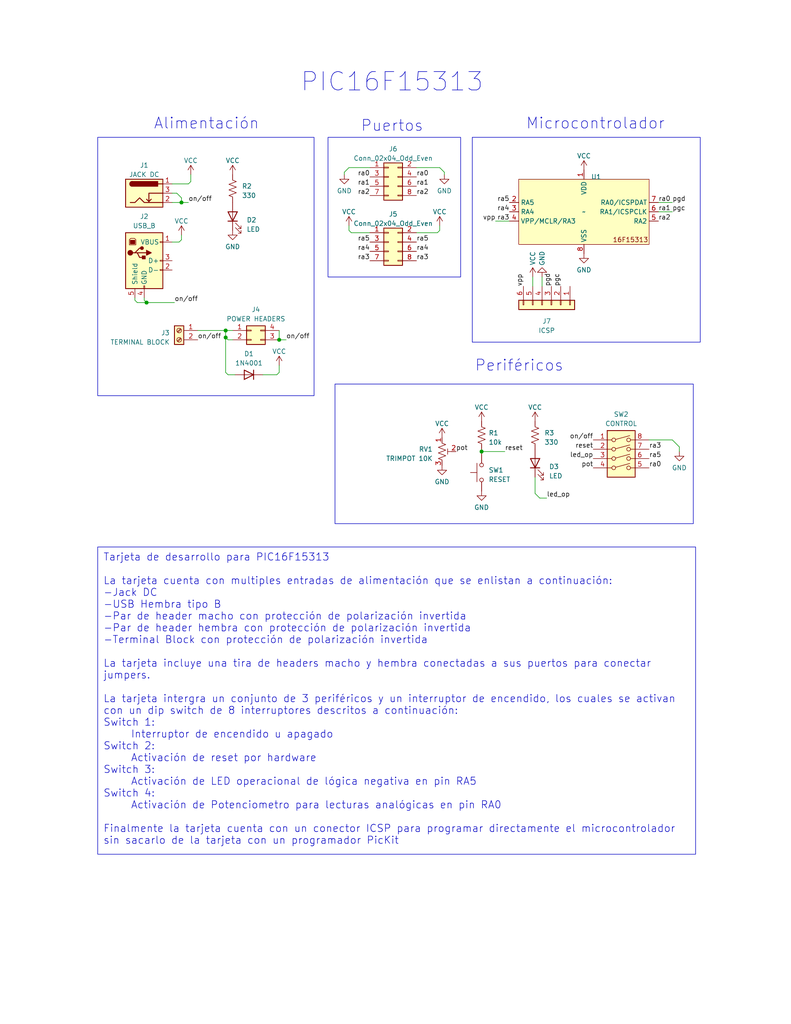
<source format=kicad_sch>
(kicad_sch (version 20230121) (generator eeschema)
  (paper "USLetter" portrait)
  (title_block (title "General PIC16f15313") (date "2024-01-28") (rev "v0.0") (company "MGV 3D") (comment 1 "Mucio Fausto Gómez Vieyra"))
  (lib_symbols
    (symbol "Connector:Barrel_Jack_Switch" (pin_names hide)
      (property "Reference" "J" (at 0 5.334 0))
      (property "Value" "Barrel_Jack_Switch" (at 0 -5.08 0))
      (symbol "Barrel_Jack_Switch_0_1"
        (rectangle (start -5.08 3.81) (end 5.08 -3.81) (stroke (width 0.254)) (fill (type background)))
        (arc (start -3.302 3.175) (mid -3.9343 2.54) (end -3.302 1.905) (stroke (width 0.254)))
        (arc (start -3.302 3.175) (mid -3.9343 2.54) (end -3.302 1.905) (stroke (width 0.254)) (fill (type outline)))
        (polyline (pts (xy 1.27 -2.286) (xy 1.905 -1.651)) (stroke (width 0.254)))
        (polyline (pts (xy 5.08 2.54) (xy 3.81 2.54)) (stroke (width 0.254)))
        (polyline (pts (xy 5.08 0) (xy 1.27 0) (xy 1.27 -2.286) (xy 0.635 -1.651)) (stroke (width 0.254)))
        (polyline (pts (xy -3.81 -2.54) (xy -2.54 -2.54) (xy -1.27 -1.27) (xy 0 -2.54) (xy 2.54 -2.54) (xy 5.08 -2.54)) (stroke (width 0.254)))
        (rectangle (start 3.683 3.175) (end -3.302 1.905) (stroke (width 0.254)) (fill (type outline)))
      )
      (symbol "Barrel_Jack_Switch_1_1"
        (pin passive line (at 7.62 2.54 180) (length 2.54) (name "~") (number "1"))
        (pin passive line (at 7.62 -2.54 180) (length 2.54) (name "~") (number "2"))
        (pin passive line (at 7.62 0 180) (length 2.54) (name "~") (number "3"))
      )
    )
    (symbol "Connector:Screw_Terminal_01x02" (pin_names (offset 1.016) hide)
      (property "Reference" "J" (at 0 2.54 0))
      (property "Value" "Screw_Terminal_01x02" (at 0 -5.08 0))
      (symbol "Screw_Terminal_01x02_1_1"
        (rectangle (start -1.27 1.27) (end 1.27 -3.81) (stroke (width 0.254)) (fill (type background)))
        (circle (center 0 -2.54) (radius 0.635) (stroke (width 0.1524)))
        (polyline (pts (xy -0.5334 -2.2098) (xy 0.3302 -3.048)) (stroke (width 0.1524)))
        (polyline (pts (xy -0.5334 0.3302) (xy 0.3302 -0.508)) (stroke (width 0.1524)))
        (polyline (pts (xy -0.3556 -2.032) (xy 0.508 -2.8702)) (stroke (width 0.1524)))
        (polyline (pts (xy -0.3556 0.508) (xy 0.508 -0.3302)) (stroke (width 0.1524)))
        (circle (center 0 0) (radius 0.635) (stroke (width 0.1524)))
        (pin passive line (at -5.08 0 0) (length 3.81) (name "Pin_1") (number "1"))
        (pin passive line (at -5.08 -2.54 0) (length 3.81) (name "Pin_2") (number "2"))
      )
    )
    (symbol "Connector:USB_B" (pin_names (offset 1.016))
      (property "Reference" "J" (at -5.08 11.43 0))
      (property "Value" "USB_B" (at -5.08 8.89 0))
      (symbol "USB_B_0_1"
        (rectangle (start -5.08 -7.62) (end 5.08 7.62) (stroke (width 0.254)) (fill (type background)))
        (circle (center -3.81 2.159) (radius 0.635) (stroke (width 0.254)) (fill (type outline)))
        (rectangle (start -3.81 5.588) (end -2.54 4.572) (fill (type outline)))
        (circle (center -0.635 3.429) (radius 0.381) (stroke (width 0.254)) (fill (type outline)))
        (rectangle (start -0.127 -7.62) (end 0.127 -6.858))
        (polyline (pts (xy -1.905 2.159) (xy 0.635 2.159)) (stroke (width 0.254)))
        (polyline (pts (xy -3.175 2.159) (xy -2.54 2.159) (xy -1.27 3.429) (xy -0.635 3.429)) (stroke (width 0.254)))
        (polyline (pts (xy -2.54 2.159) (xy -1.905 2.159) (xy -1.27 0.889) (xy 0 0.889)) (stroke (width 0.254)))
        (polyline (pts (xy 0.635 2.794) (xy 0.635 1.524) (xy 1.905 2.159) (xy 0.635 2.794)) (stroke (width 0.254)) (fill (type outline)))
        (polyline (pts (xy -4.064 4.318) (xy -2.286 4.318) (xy -2.286 5.715) (xy -2.667 6.096) (xy -3.683 6.096) (xy -4.064 5.715) (xy -4.064 4.318)))
        (rectangle (start 0.254 1.27) (end -0.508 0.508) (stroke (width 0.254)) (fill (type outline)))
        (rectangle (start 5.08 -2.667) (end 4.318 -2.413))
        (rectangle (start 5.08 -0.127) (end 4.318 0.127))
        (rectangle (start 5.08 4.953) (end 4.318 5.207))
      )
      (symbol "USB_B_1_1"
        (pin power_out line (at 7.62 5.08 180) (length 2.54) (name "VBUS") (number "1"))
        (pin bidirectional line (at 7.62 -2.54 180) (length 2.54) (name "D-") (number "2"))
        (pin bidirectional line (at 7.62 0 180) (length 2.54) (name "D+") (number "3"))
        (pin power_out line (at 0 -10.16 90) (length 2.54) (name "GND") (number "4"))
        (pin passive line (at -2.54 -10.16 90) (length 2.54) (name "Shield") (number "5"))
      )
    )
    (symbol "Connector_Generic:Conn_01x06" (pin_names (offset 1.016) hide)
      (property "Reference" "J" (at 0 7.62 0))
      (property "Value" "Conn_01x06" (at 0 -10.16 0))
      (symbol "Conn_01x06_1_1"
        (rectangle (start -1.27 -7.493) (end 0 -7.747) (stroke (width 0.1524)))
        (rectangle (start -1.27 -4.953) (end 0 -5.207) (stroke (width 0.1524)))
        (rectangle (start -1.27 -2.413) (end 0 -2.667) (stroke (width 0.1524)))
        (rectangle (start -1.27 0.127) (end 0 -0.127) (stroke (width 0.1524)))
        (rectangle (start -1.27 2.667) (end 0 2.413) (stroke (width 0.1524)))
        (rectangle (start -1.27 5.207) (end 0 4.953) (stroke (width 0.1524)))
        (rectangle (start -1.27 6.35) (end 1.27 -8.89) (stroke (width 0.254)) (fill (type background)))
        (pin passive line (at -5.08 5.08 0) (length 3.81) (name "Pin_1") (number "1"))
        (pin passive line (at -5.08 2.54 0) (length 3.81) (name "Pin_2") (number "2"))
        (pin passive line (at -5.08 0 0) (length 3.81) (name "Pin_3") (number "3"))
        (pin passive line (at -5.08 -2.54 0) (length 3.81) (name "Pin_4") (number "4"))
        (pin passive line (at -5.08 -5.08 0) (length 3.81) (name "Pin_5") (number "5"))
        (pin passive line (at -5.08 -7.62 0) (length 3.81) (name "Pin_6") (number "6"))
      )
    )
    (symbol "Connector_Generic:Conn_02x02_Counter_Clockwise" (pin_names (offset 1.016) hide)
      (property "Reference" "J" (at 1.27 2.54 0))
      (property "Value" "Conn_02x02_Counter_Clockwise" (at 1.27 -5.08 0))
      (symbol "Conn_02x02_Counter_Clockwise_1_1"
        (rectangle (start -1.27 -2.413) (end 0 -2.667) (stroke (width 0.1524)))
        (rectangle (start -1.27 0.127) (end 0 -0.127) (stroke (width 0.1524)))
        (rectangle (start -1.27 1.27) (end 3.81 -3.81) (stroke (width 0.254)) (fill (type background)))
        (rectangle (start 3.81 -2.413) (end 2.54 -2.667) (stroke (width 0.1524)))
        (rectangle (start 3.81 0.127) (end 2.54 -0.127) (stroke (width 0.1524)))
        (pin passive line (at -5.08 0 0) (length 3.81) (name "Pin_1") (number "1"))
        (pin passive line (at -5.08 -2.54 0) (length 3.81) (name "Pin_2") (number "2"))
        (pin passive line (at 7.62 -2.54 180) (length 3.81) (name "Pin_3") (number "3"))
        (pin passive line (at 7.62 0 180) (length 3.81) (name "Pin_4") (number "4"))
      )
    )
    (symbol "Connector_Generic:Conn_02x04_Odd_Even" (pin_names (offset 1.016) hide)
      (property "Reference" "J" (at 1.27 5.08 0))
      (property "Value" "Conn_02x04_Odd_Even" (at 1.27 -7.62 0))
      (symbol "Conn_02x04_Odd_Even_1_1"
        (rectangle (start -1.27 -4.953) (end 0 -5.207) (stroke (width 0.1524)))
        (rectangle (start -1.27 -2.413) (end 0 -2.667) (stroke (width 0.1524)))
        (rectangle (start -1.27 0.127) (end 0 -0.127) (stroke (width 0.1524)))
        (rectangle (start -1.27 2.667) (end 0 2.413) (stroke (width 0.1524)))
        (rectangle (start -1.27 3.81) (end 3.81 -6.35) (stroke (width 0.254)) (fill (type background)))
        (rectangle (start 3.81 -4.953) (end 2.54 -5.207) (stroke (width 0.1524)))
        (rectangle (start 3.81 -2.413) (end 2.54 -2.667) (stroke (width 0.1524)))
        (rectangle (start 3.81 0.127) (end 2.54 -0.127) (stroke (width 0.1524)))
        (rectangle (start 3.81 2.667) (end 2.54 2.413) (stroke (width 0.1524)))
        (pin passive line (at -5.08 2.54 0) (length 3.81) (name "Pin_1") (number "1"))
        (pin passive line (at 7.62 2.54 180) (length 3.81) (name "Pin_2") (number "2"))
        (pin passive line (at -5.08 0 0) (length 3.81) (name "Pin_3") (number "3"))
        (pin passive line (at 7.62 0 180) (length 3.81) (name "Pin_4") (number "4"))
        (pin passive line (at -5.08 -2.54 0) (length 3.81) (name "Pin_5") (number "5"))
        (pin passive line (at 7.62 -2.54 180) (length 3.81) (name "Pin_6") (number "6"))
        (pin passive line (at -5.08 -5.08 0) (length 3.81) (name "Pin_7") (number "7"))
        (pin passive line (at 7.62 -5.08 180) (length 3.81) (name "Pin_8") (number "8"))
      )
    )
    (symbol "Device:LED" (pin_numbers hide) (pin_names (offset 1.016) hide)
      (property "Reference" "D" (at 0 2.54 0))
      (property "Value" "LED" (at 0 -2.54 0))
      (symbol "LED_0_1"
        (polyline (pts (xy -1.27 -1.27) (xy -1.27 1.27)) (stroke (width 0.254)))
        (polyline (pts (xy -1.27 0) (xy 1.27 0)))
        (polyline (pts (xy 1.27 -1.27) (xy 1.27 1.27) (xy -1.27 0) (xy 1.27 -1.27)) (stroke (width 0.254)))
        (polyline (pts (xy -3.048 -0.762) (xy -4.572 -2.286) (xy -3.81 -2.286) (xy -4.572 -2.286) (xy -4.572 -1.524)))
        (polyline (pts (xy -1.778 -0.762) (xy -3.302 -2.286) (xy -2.54 -2.286) (xy -3.302 -2.286) (xy -3.302 -1.524)))
      )
      (symbol "LED_1_1"
        (pin passive line (at -3.81 0 0) (length 2.54) (name "K") (number "1"))
        (pin passive line (at 3.81 0 180) (length 2.54) (name "A") (number "2"))
      )
    )
    (symbol "Device:R_Potentiometer_Trim_US" (pin_names (offset 1.016) hide)
      (property "Reference" "RV" (at -4.445 0 90))
      (property "Value" "R_Potentiometer_Trim_US" (at -2.54 0 90))
      (symbol "R_Potentiometer_Trim_US_0_1"
        (polyline (pts (xy 0 -2.286) (xy 0 -2.54)))
        (polyline (pts (xy 0 2.286) (xy 0 2.54)))
        (polyline (pts (xy 1.524 0.762) (xy 1.524 -0.762)))
        (polyline (pts (xy 2.54 0) (xy 1.524 0)))
        (polyline (pts (xy 0 -0.762) (xy 1.016 -1.143) (xy 0 -1.524) (xy -1.016 -1.905) (xy 0 -2.286)))
        (polyline (pts (xy 0 0.762) (xy 1.016 0.381) (xy 0 0) (xy -1.016 -0.381) (xy 0 -0.762)))
        (polyline (pts (xy 0 2.286) (xy 1.016 1.905) (xy 0 1.524) (xy -1.016 1.143) (xy 0 0.762)))
      )
      (symbol "R_Potentiometer_Trim_US_1_1"
        (pin passive line (at 0 3.81 270) (length 1.27) (name "1") (number "1"))
        (pin passive line (at 3.81 0 180) (length 1.27) (name "2") (number "2"))
        (pin passive line (at 0 -3.81 90) (length 1.27) (name "3") (number "3"))
      )
    )
    (symbol "Device:R_US" (pin_numbers hide) (pin_names (offset 0))
      (property "Reference" "R" (at 2.54 0 90))
      (property "Value" "R_US" (at -2.54 0 90))
      (symbol "R_US_0_1"
        (polyline (pts (xy 0 -2.286) (xy 0 -2.54)))
        (polyline (pts (xy 0 2.286) (xy 0 2.54)))
        (polyline (pts (xy 0 -0.762) (xy 1.016 -1.143) (xy 0 -1.524) (xy -1.016 -1.905) (xy 0 -2.286)))
        (polyline (pts (xy 0 0.762) (xy 1.016 0.381) (xy 0 0) (xy -1.016 -0.381) (xy 0 -0.762)))
        (polyline (pts (xy 0 2.286) (xy 1.016 1.905) (xy 0 1.524) (xy -1.016 1.143) (xy 0 0.762)))
      )
      (symbol "R_US_1_1"
        (pin passive line (at 0 3.81 270) (length 1.27) (name "~") (number "1"))
        (pin passive line (at 0 -3.81 90) (length 1.27) (name "~") (number "2"))
      )
    )
    (symbol "Diode:1N4001" (pin_numbers hide) (pin_names hide)
      (property "Reference" "D" (at 0 2.54 0))
      (property "Value" "1N4001" (at 0 -2.54 0))
      (symbol "1N4001_0_1"
        (polyline (pts (xy -1.27 1.27) (xy -1.27 -1.27)) (stroke (width 0.254)))
        (polyline (pts (xy 1.27 0) (xy -1.27 0)))
        (polyline (pts (xy 1.27 1.27) (xy 1.27 -1.27) (xy -1.27 0) (xy 1.27 1.27)) (stroke (width 0.254)))
      )
      (symbol "1N4001_1_1"
        (pin passive line (at -3.81 0 0) (length 2.54) (name "K") (number "1"))
        (pin passive line (at 3.81 0 180) (length 2.54) (name "A") (number "2"))
      )
    )
    (symbol "MGV:PIC16F15313"
      (property "Reference" "U" (at 2.54 10.16 0))
      (symbol "PIC16F15313_0_1"
        (rectangle (start -17.78 8.89) (end 17.78 -8.89) (fill (type background)))
        (text "16F15313" (at 12.7 -7.62 0) (effects (font (size 1.27 1.27))))
      )
      (symbol "PIC16F15313_1_1"
        (pin power_in line (at 0 11.43 270) (length 2.54) (name "VDD") (number "1"))
        (pin bidirectional line (at -20.32 2.54 0) (length 2.54) (name "RA5") (number "2"))
        (pin bidirectional line (at -20.32 0 0) (length 2.54) (name "RA4") (number "3"))
        (pin bidirectional line (at -20.32 -2.54 0) (length 2.54) (name "VPP/MCLR/RA3") (number "4"))
        (pin bidirectional line (at 20.32 -2.54 180) (length 2.54) (name "RA2") (number "5"))
        (pin bidirectional line (at 20.32 0 180) (length 2.54) (name "RA1/ICSPCLK") (number "6"))
        (pin bidirectional line (at 20.32 2.54 180) (length 2.54) (name "RA0/ICSPDAT") (number "7"))
        (pin power_in line (at 0 -11.43 90) (length 2.54) (name "VSS") (number "8"))
      )
    )
    (symbol "Switch:SW_DIP_x04" (pin_names (offset 0) hide)
      (property "Reference" "SW" (at 0 8.89 0))
      (property "Value" "SW_DIP_x04" (at 0 -6.35 0))
      (symbol "SW_DIP_x04_0_0"
        (circle (center -2.032 -2.54) (radius 0.508))
        (circle (center -2.032 0) (radius 0.508))
        (circle (center -2.032 2.54) (radius 0.508))
        (circle (center -2.032 5.08) (radius 0.508))
        (polyline (pts (xy -1.524 -2.3876) (xy 2.3622 -1.3462)))
        (polyline (pts (xy -1.524 0.127) (xy 2.3622 1.1684)))
        (polyline (pts (xy -1.524 2.667) (xy 2.3622 3.7084)))
        (polyline (pts (xy -1.524 5.207) (xy 2.3622 6.2484)))
        (circle (center 2.032 -2.54) (radius 0.508))
        (circle (center 2.032 0) (radius 0.508))
        (circle (center 2.032 2.54) (radius 0.508))
        (circle (center 2.032 5.08) (radius 0.508))
      )
      (symbol "SW_DIP_x04_0_1"
        (rectangle (start -3.81 7.62) (end 3.81 -5.08) (stroke (width 0.254)) (fill (type background)))
      )
      (symbol "SW_DIP_x04_1_1"
        (pin passive line (at -7.62 5.08 0) (length 5.08) (name "~") (number "1"))
        (pin passive line (at -7.62 2.54 0) (length 5.08) (name "~") (number "2"))
        (pin passive line (at -7.62 0 0) (length 5.08) (name "~") (number "3"))
        (pin passive line (at -7.62 -2.54 0) (length 5.08) (name "~") (number "4"))
        (pin passive line (at 7.62 -2.54 180) (length 5.08) (name "~") (number "5"))
        (pin passive line (at 7.62 0 180) (length 5.08) (name "~") (number "6"))
        (pin passive line (at 7.62 2.54 180) (length 5.08) (name "~") (number "7"))
        (pin passive line (at 7.62 5.08 180) (length 5.08) (name "~") (number "8"))
      )
    )
    (symbol "Switch:SW_Push" (pin_numbers hide) (pin_names (offset 1.016) hide)
      (property "Reference" "SW" (at 1.27 2.54 0))
      (property "Value" "SW_Push" (at 0 -1.524 0))
      (symbol "SW_Push_0_1"
        (circle (center -2.032 0) (radius 0.508))
        (polyline (pts (xy 0 1.27) (xy 0 3.048)))
        (polyline (pts (xy 2.54 1.27) (xy -2.54 1.27)))
        (circle (center 2.032 0) (radius 0.508))
        (pin passive line (at -5.08 0 0) (length 2.54) (name "1") (number "1"))
        (pin passive line (at 5.08 0 180) (length 2.54) (name "2") (number "2"))
      )
    )
    (symbol "power:GND" (power) (pin_names (offset 0))
      (property "Value" "GND" (at 0 -3.81 0))
      (symbol "GND_0_1"
        (polyline (pts (xy 0 0) (xy 0 -1.27) (xy 1.27 -1.27) (xy 0 -2.54) (xy -1.27 -1.27) (xy 0 -1.27)))
      )
      (symbol "GND_1_1"
        (pin power_in line (at 0 0 270) (length 0) hide (name "GND") (number "1"))
      )
    )
    (symbol "power:VCC" (power) (pin_names (offset 0))
      (property "Value" "VCC" (at 0 3.81 0))
      (symbol "VCC_0_1"
        (polyline (pts (xy -0.762 1.27) (xy 0 2.54)))
        (polyline (pts (xy 0 0) (xy 0 2.54)))
        (polyline (pts (xy 0 2.54) (xy 0.762 1.27)))
      )
      (symbol "VCC_1_1"
        (pin power_in line (at 0 0 90) (length 0) hide (name "VCC") (number "1"))
      )
    )
  )
  (junction (at 40.005 82.55))
  (junction (at 131.445 123.19))
  (junction (at 61.595 90.17))
  (junction (at 76.2 92.71))
  (junction (at 49.53 55.245))
  (junction (at 61.595 92.075))
  (wire (pts (xy 119.38 63.5) (xy 120.015 62.865)))
  (wire (pts (xy 49.53 64.135) (xy 49.53 65.405)))
  (wire (pts (xy 75.565 102.235) (xy 76.2 101.6)))
  (wire (pts (xy 179.705 57.785) (xy 183.515 57.785)))
  (wire (pts (xy 135.255 60.325) (xy 139.065 60.325)))
  (wire (pts (xy 113.665 63.5) (xy 119.38 63.5)))
  (wire (pts (xy 95.25 61.595) (xy 95.25 62.865)))
  (wire (pts (xy 49.53 55.245) (xy 51.435 55.245)))
  (wire (pts (xy 185.42 121.92) (xy 185.42 123.19)))
  (wire (pts (xy 113.665 45.72) (xy 120.015 45.72)))
  (wire (pts (xy 131.445 122.555) (xy 131.445 123.19)))
  (wire (pts (xy 61.595 92.075) (xy 61.595 101.6)))
  (wire (pts (xy 40.005 82.55) (xy 47.625 82.55)))
  (wire (pts (xy 95.885 63.5) (xy 100.965 63.5)))
  (wire (pts (xy 145.415 75.565) (xy 145.415 78.105)))
  (wire (pts (xy 146.05 130.175) (xy 146.05 134.62)))
  (wire (pts (xy 93.98 47.625) (xy 93.98 46.99)))
  (wire (pts (xy 46.99 66.04) (xy 48.895 66.04)))
  (wire (pts (xy 39.37 81.28) (xy 39.37 81.915)))
  (wire (pts (xy 120.015 61.595) (xy 120.015 62.865)))
  (wire (pts (xy 62.23 102.235) (xy 64.135 102.235)))
  (wire (pts (xy 71.755 102.235) (xy 75.565 102.235)))
  (wire (pts (xy 36.83 81.28) (xy 36.83 81.915)))
  (wire (pts (xy 76.2 92.71) (xy 78.105 92.71)))
  (wire (pts (xy 52.07 47.625) (xy 52.07 49.53)))
  (wire (pts (xy 76.2 99.695) (xy 76.2 101.6)))
  (wire (pts (xy 36.83 81.915) (xy 37.465 82.55)))
  (wire (pts (xy 121.285 47.625) (xy 121.285 46.99)))
  (wire (pts (xy 95.25 45.72) (xy 100.965 45.72)))
  (wire (pts (xy 51.435 50.165) (xy 52.07 49.53)))
  (wire (pts (xy 61.595 90.17) (xy 61.595 92.075)))
  (wire (pts (xy 46.99 50.165) (xy 51.435 50.165)))
  (wire (pts (xy 76.2 90.17) (xy 76.2 92.71)))
  (wire (pts (xy 131.445 123.19) (xy 137.795 123.19)))
  (wire (pts (xy 61.595 90.17) (xy 63.5 90.17)))
  (wire (pts (xy 37.465 82.55) (xy 40.005 82.55)))
  (wire (pts (xy 147.955 75.565) (xy 147.955 78.105)))
  (wire (pts (xy 149.225 135.89) (xy 147.32 135.89)))
  (wire (pts (xy 48.895 66.04) (xy 49.53 65.405)))
  (wire (pts (xy 49.53 53.975) (xy 49.53 55.245)))
  (wire (pts (xy 183.515 120.015) (xy 185.42 121.92)))
  (wire (pts (xy 63.5 92.71) (xy 62.23 92.71)))
  (wire (pts (xy 93.98 46.99) (xy 95.25 45.72)))
  (wire (pts (xy 121.285 46.99) (xy 120.015 45.72)))
  (wire (pts (xy 131.445 123.19) (xy 131.445 123.825)))
  (wire (pts (xy 62.23 92.71) (xy 61.595 92.075)))
  (wire (pts (xy 53.975 90.17) (xy 61.595 90.17)))
  (wire (pts (xy 95.25 62.865) (xy 95.885 63.5)))
  (wire (pts (xy 48.26 52.705) (xy 49.53 53.975)))
  (wire (pts (xy 46.99 52.705) (xy 48.26 52.705)))
  (wire (pts (xy 39.37 81.915) (xy 40.005 82.55)))
  (wire (pts (xy 46.99 55.245) (xy 49.53 55.245)))
  (wire (pts (xy 147.32 135.89) (xy 146.05 134.62)))
  (wire (pts (xy 179.705 55.245) (xy 183.515 55.245)))
  (wire (pts (xy 62.23 102.235) (xy 61.595 101.6)))
  (wire (pts (xy 177.165 120.015) (xy 183.515 120.015)))
  (rectangle (start 128.905 37.465) (end 191.135 93.345))
  (rectangle (start 91.44 104.775) (end 189.23 142.875))
  (rectangle (start 26.67 37.465) (end 85.725 107.95))
  (rectangle (start 89.535 37.465) (end 125.73 75.565))
  (text_box "Tarjeta de desarrollo para PIC16F15313\n\nLa tarjeta cuenta con multiples entradas de alimentación que se enlistan a continuación:\n-Jack DC\n-USB Hembra tipo B\n-Par de header macho con protección de polarización invertida\n-Par de header hembra con protección de polarización invertida\n-Terminal Block con protección de polarización invertida\n\nLa tarjeta incluye una tira de headers macho y hembra conectadas a sus puertos para conectar jumpers.\n\nLa tarjeta intergra un conjunto de 3 periféricos y un interruptor de encendido, los cuales se activan con un dip switch de 8 interruptores descritos a continuación:\nSwitch 1:\n	Interruptor de encendido u apagado\nSwitch 2:\n	Activación de reset por hardware\nSwitch 3:\n	Activación de LED operacional de lógica negativa en pin RA5\nSwitch 4:\n	Activación de Potenciometro para lecturas analógicas en pin RA0\n	\nFinalmente la tarjeta cuenta con un conector ICSP para programar directamente el microcontrolador sin sacarlo de la tarjeta con un programador PicKit\n" (at 26.67 149.225 0) (size 163.195 83.82) (effects (font (size 2 2)) (justify left top)))
  (text "Puertos" (at 98.425 36.195 0) (effects (font (size 3 3)) (justify left bottom)))
  (text "Periféricos" (at 129.54 101.6 0) (effects (font (size 3 3)) (justify left bottom)))
  (text "Microcontrolador" (at 143.51 35.56 0) (effects (font (size 3 3)) (justify left bottom)))
  (text "PIC16F15313" (at 81.915 25.4 0) (effects (font (size 5 5)) (justify left bottom)))
  (text "Alimentación" (at 41.91 35.56 0) (effects (font (size 3 3)) (justify left bottom)))
  (label "pot" (at 161.925 127.635 180))
  (label "ra4" (at 113.665 68.58 0))
  (label "on{slash}off" (at 51.435 55.245 0))
  (label "led_op" (at 161.925 125.095 180))
  (label "ra5" (at 113.665 66.04 0))
  (label "ra5" (at 100.965 66.04 180))
  (label "reset" (at 137.795 123.19 0))
  (label "ra2" (at 113.665 53.34 0))
  (label "ra0" (at 179.705 55.245 0))
  (label "ra4" (at 100.965 68.58 180))
  (label "ra3" (at 113.665 71.12 0))
  (label "on{slash}off" (at 161.925 120.015 180))
  (label "on{slash}off" (at 53.975 92.71 0))
  (label "ra2" (at 179.705 60.325 0))
  (label "ra1" (at 179.705 57.785 0))
  (label "ra4" (at 139.065 57.785 180))
  (label "ra3" (at 100.965 71.12 180))
  (label "pgc" (at 183.515 57.785 0))
  (label "ra3" (at 177.165 122.555 0))
  (label "ra5" (at 139.065 55.245 180))
  (label "ra1" (at 113.665 50.8 0))
  (label "vpp" (at 135.255 60.325 180))
  (label "ra0" (at 113.665 48.26 0))
  (label "ra1" (at 100.965 50.8 180))
  (label "ra3" (at 139.065 60.325 180))
  (label "ra0" (at 100.965 48.26 180))
  (label "on{slash}off" (at 78.105 92.71 0))
  (label "pot" (at 124.46 123.19 0))
  (label "pgc" (at 153.035 78.105 90))
  (label "led_op" (at 149.225 135.89 0))
  (label "on{slash}off" (at 47.625 82.55 0))
  (label "pgd" (at 150.495 78.105 90))
  (label "pgd" (at 183.515 55.245 0))
  (label "vpp" (at 142.875 78.105 90))
  (label "ra0" (at 177.165 127.635 0))
  (label "ra5" (at 177.165 125.095 0))
  (label "reset" (at 161.925 122.555 180))
  (label "ra2" (at 100.965 53.34 180))
  (symbol (lib_id "Device:R_US") (at 131.445 118.745 0) (unit 1)
    (property "Reference" "R1" (at 133.35 118.11 0) (effects (justify left)))
    (property "Value" "10k" (at 133.35 120.65 0) (effects (justify left)))
    (property "Footprint" "Resistor_THT:R_Axial_DIN0207_L6.3mm_D2.5mm_P7.62mm_Horizontal" (effects hide))
  )
  (symbol (lib_id "power:GND") (at 93.98 47.625 0) (unit 1)
    (property "Reference" "#PWR016" (effects hide))
    (property "Value" "GND" (at 93.98 52.07 0))
  )
  (symbol (lib_id "Switch:SW_DIP_x04") (at 169.545 125.095 0) (unit 1)
    (property "Reference" "SW2" (at 169.545 113.03 0))
    (property "Value" "CONTROL" (at 169.545 115.57 0))
    (property "Footprint" "Button_Switch_THT:SW_DIP_SPSTx04_Slide_6.7x11.72mm_W7.62mm_P2.54mm_LowProfile" (effects hide))
  )
  (symbol (lib_id "power:GND") (at 185.42 123.19 0) (unit 1)
    (property "Reference" "#PWR05" (effects hide))
    (property "Value" "GND" (at 185.42 127.635 0))
  )
  (symbol (lib_id "Connector:Screw_Terminal_01x02") (at 48.895 90.17 0) (mirror y) (unit 1)
    (property "Reference" "J3" (at 46.355 90.805 0) (effects (justify left)))
    (property "Value" "TERMINAL BLOCK" (at 46.355 93.345 0) (effects (justify left)))
    (property "Footprint" "TerminalBlock_Phoenix:TerminalBlock_Phoenix_MKDS-1,5-2-5.08_1x02_P5.08mm_Horizontal" (effects hide))
  )
  (symbol (lib_id "Connector_Generic:Conn_01x06") (at 150.495 83.185 270) (unit 1)
    (property "Reference" "J7" (at 149.225 87.63 90))
    (property "Value" "ICSP" (at 149.225 90.17 90))
    (property "Footprint" "Connector_PinHeader_2.54mm:PinHeader_1x06_P2.54mm_Horizontal" (effects hide))
  )
  (symbol (lib_id "power:GND") (at 63.5 62.865 0) (unit 1)
    (property "Reference" "#PWR03" (effects hide))
    (property "Value" "GND" (at 63.5 67.31 0))
  )
  (symbol (lib_id "power:GND") (at 121.285 47.625 0) (unit 1)
    (property "Reference" "#PWR017" (effects hide))
    (property "Value" "GND" (at 121.285 52.07 0))
  )
  (symbol (lib_id "power:VCC") (at 63.5 47.625 0) (unit 1)
    (property "Reference" "#PWR010" (effects hide))
    (property "Value" "VCC" (at 63.5 43.815 0))
  )
  (symbol (lib_id "power:VCC") (at 146.05 114.935 0) (unit 1)
    (property "Reference" "#PWR011" (effects hide))
    (property "Value" "VCC" (at 146.05 111.125 0))
  )
  (symbol (lib_id "Device:LED") (at 146.05 126.365 90) (unit 1)
    (property "Reference" "D3" (at 149.86 127.3175 90) (effects (justify right)))
    (property "Value" "LED" (at 149.86 129.8575 90) (effects (justify right)))
    (property "Footprint" "LED_THT:LED_D3.0mm" (effects hide))
  )
  (symbol (lib_id "power:GND") (at 147.955 75.565 180) (unit 1)
    (property "Reference" "#PWR019" (effects hide))
    (property "Value" "GND" (at 147.955 70.485 90))
  )
  (symbol (lib_id "power:VCC") (at 95.25 61.595 0) (unit 1)
    (property "Reference" "#PWR014" (effects hide))
    (property "Value" "VCC" (at 95.25 57.785 0))
  )
  (symbol (lib_id "power:GND") (at 159.385 69.215 0) (unit 1)
    (property "Reference" "#PWR013" (effects hide))
    (property "Value" "GND" (at 159.385 73.66 0))
  )
  (symbol (lib_id "Device:LED") (at 63.5 59.055 90) (unit 1)
    (property "Reference" "D2" (at 67.31 60.0075 90) (effects (justify right)))
    (property "Value" "LED" (at 67.31 62.5475 90) (effects (justify right)))
    (property "Footprint" "LED_THT:LED_D3.0mm" (effects hide))
  )
  (symbol (lib_id "Device:R_US") (at 63.5 51.435 0) (unit 1)
    (property "Reference" "R2" (at 66.04 50.8 0) (effects (justify left)))
    (property "Value" "330" (at 66.04 53.34 0) (effects (justify left)))
    (property "Footprint" "Resistor_THT:R_Axial_DIN0207_L6.3mm_D2.5mm_P7.62mm_Horizontal" (effects hide))
  )
  (symbol (lib_id "MGV:PIC16F15313") (at 159.385 57.785 0) (unit 1)
    (property "Reference" "U1" (at 161.3409 48.26 0) (effects (justify left)))
    (property "Value" "~" (at 159.385 57.785 0))
    (property "Footprint" "Package_DIP:DIP-8_W7.62mm_Socket_LongPads" (effects hide))
  )
  (symbol (lib_id "power:VCC") (at 120.015 61.595 0) (unit 1)
    (property "Reference" "#PWR015" (effects hide))
    (property "Value" "VCC" (at 120.015 57.785 0))
  )
  (symbol (lib_id "power:VCC") (at 52.07 47.625 0) (unit 1)
    (property "Reference" "#PWR01" (effects hide))
    (property "Value" "VCC" (at 52.07 43.815 0))
  )
  (symbol (lib_id "Connector_Generic:Conn_02x02_Counter_Clockwise") (at 68.58 90.17 0) (unit 1)
    (property "Reference" "J4" (at 69.85 84.455 0))
    (property "Value" "POWER HEADERS" (at 69.85 86.995 0))
    (property "Footprint" "Connector_PinSocket_2.54mm:PinSocket_2x02_P2.54mm_Vertical" (effects hide))
  )
  (symbol (lib_id "power:VCC") (at 131.445 114.935 0) (unit 1)
    (property "Reference" "#PWR07" (effects hide))
    (property "Value" "VCC" (at 131.445 111.125 0))
  )
  (symbol (lib_id "power:VCC") (at 49.53 64.135 0) (unit 1)
    (property "Reference" "#PWR02" (effects hide))
    (property "Value" "VCC" (at 49.53 60.325 0))
  )
  (symbol (lib_id "Connector_Generic:Conn_02x04_Odd_Even") (at 106.045 48.26 0) (unit 1)
    (property "Reference" "J6" (at 107.315 40.64 0))
    (property "Value" "Conn_02x04_Odd_Even" (at 107.315 43.18 0))
    (property "Footprint" "Connector_PinSocket_2.54mm:PinSocket_2x04_P2.54mm_Vertical" (effects hide))
  )
  (symbol (lib_id "power:VCC") (at 76.2 99.695 0) (unit 1)
    (property "Reference" "#PWR04" (effects hide))
    (property "Value" "VCC" (at 76.2 95.885 0))
  )
  (symbol (lib_id "Connector:Barrel_Jack_Switch") (at 39.37 52.705 0) (unit 1)
    (property "Reference" "J1" (at 39.37 45.085 0))
    (property "Value" "JACK DC" (at 39.37 47.625 0))
    (property "Footprint" "Connector_BarrelJack:BarrelJack_Horizontal" (effects hide))
  )
  (symbol (lib_id "Switch:SW_Push") (at 131.445 128.905 90) (unit 1)
    (property "Reference" "SW1" (at 133.35 128.27 90) (effects (justify right)))
    (property "Value" "RESET" (at 133.35 130.81 90) (effects (justify right)))
    (property "Footprint" "Button_Switch_THT:SW_PUSH_6mm_H4.3mm" (effects hide))
  )
  (symbol (lib_id "power:GND") (at 131.445 133.985 0) (unit 1)
    (property "Reference" "#PWR06" (effects hide))
    (property "Value" "GND" (at 131.445 138.43 0))
  )
  (symbol (lib_id "Connector:USB_B") (at 39.37 71.12 0) (unit 1)
    (property "Reference" "J2" (at 39.37 59.055 0))
    (property "Value" "USB_B" (at 39.37 61.595 0))
    (property "Footprint" "Connector_USB:USB_B_OST_USB-B1HSxx_Horizontal" (effects hide))
    (property "Datasheet" " ~" (effects hide))
  )
  (symbol (lib_id "power:VCC") (at 145.415 75.565 0) (unit 1)
    (property "Reference" "#PWR018" (effects hide))
    (property "Value" "VCC" (at 145.415 70.485 90))
  )
  (symbol (lib_id "power:GND") (at 120.65 127 0) (unit 1)
    (property "Reference" "#PWR09" (effects hide))
    (property "Value" "GND" (at 120.65 131.445 0))
  )
  (symbol (lib_id "power:VCC") (at 159.385 46.355 0) (unit 1)
    (property "Reference" "#PWR012" (effects hide))
    (property "Value" "VCC" (at 159.385 42.545 0))
  )
  (symbol (lib_id "Device:R_US") (at 146.05 118.745 0) (unit 1)
    (property "Reference" "R3" (at 148.59 118.11 0) (effects (justify left)))
    (property "Value" "330" (at 148.59 120.65 0) (effects (justify left)))
    (property "Footprint" "Resistor_THT:R_Axial_DIN0207_L6.3mm_D2.5mm_P7.62mm_Horizontal" (effects hide))
  )
  (symbol (lib_id "Diode:1N4001") (at 67.945 102.235 180) (unit 1)
    (property "Reference" "D1" (at 67.945 96.52 0))
    (property "Value" "1N4001" (at 67.945 99.06 0))
    (property "Footprint" "Diode_THT:D_DO-41_SOD81_P10.16mm_Horizontal" (effects hide))
    (property "Datasheet" "http://www.vishay.com/docs/88503/1n4001.pdf" (effects hide))
    (property "Sim.Device" "D" (effects hide))
    (property "Sim.Pins" "1=K 2=A" (effects hide))
  )
  (symbol (lib_id "Connector_Generic:Conn_02x04_Odd_Even") (at 106.045 66.04 0) (unit 1)
    (property "Reference" "J5" (at 107.315 58.42 0))
    (property "Value" "Conn_02x04_Odd_Even" (at 107.315 60.96 0))
    (property "Footprint" "Connector_PinSocket_2.54mm:PinSocket_2x04_P2.54mm_Vertical" (effects hide))
  )
  (symbol (lib_id "Device:R_Potentiometer_Trim_US") (at 120.65 123.19 0) (unit 1)
    (property "Reference" "RV1" (at 118.11 122.555 0) (effects (justify right)))
    (property "Value" "TRIMPOT 10K" (at 118.11 125.095 0) (effects (justify right)))
  )
  (symbol (lib_id "power:VCC") (at 120.65 119.38 0) (unit 1)
    (property "Reference" "#PWR08" (effects hide))
    (property "Value" "VCC" (at 120.65 115.57 0))
  )
)
</source>
